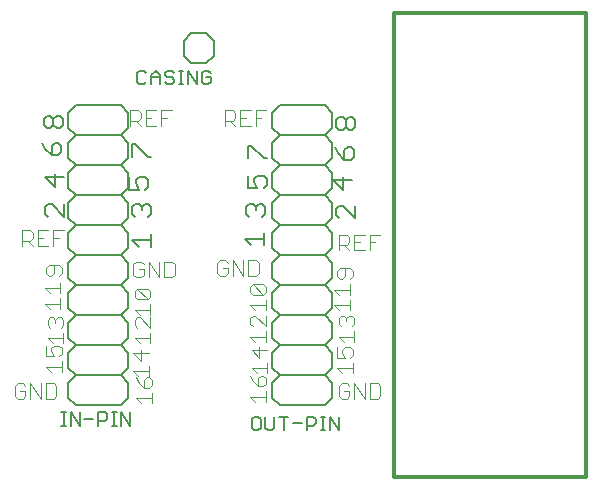
<source format=gto>
G75*
%MOIN*%
%OFA0B0*%
%FSLAX24Y24*%
%IPPOS*%
%LPD*%
%AMOC8*
5,1,8,0,0,1.08239X$1,22.5*
%
%ADD10C,0.0060*%
%ADD11C,0.0040*%
%ADD12C,0.0120*%
%ADD13C,0.0050*%
D10*
X008460Y002850D02*
X008460Y003350D01*
X008710Y003600D01*
X010210Y003600D01*
X010460Y003850D01*
X010460Y004350D01*
X010210Y004600D01*
X008710Y004600D01*
X008460Y004850D01*
X008460Y005350D01*
X008710Y005600D01*
X010210Y005600D01*
X010460Y005850D01*
X010460Y006350D01*
X010210Y006600D01*
X008710Y006600D01*
X008460Y006850D01*
X008460Y007350D01*
X008710Y007600D01*
X010210Y007600D01*
X010460Y007850D01*
X010460Y008350D01*
X010210Y008600D01*
X008710Y008600D01*
X008460Y008850D01*
X008460Y009350D01*
X008710Y009600D01*
X010210Y009600D01*
X010460Y009350D01*
X010460Y008850D01*
X010210Y008600D01*
X010589Y008987D02*
X010589Y009200D01*
X010696Y009307D01*
X010803Y009307D01*
X010910Y009200D01*
X011016Y009307D01*
X011123Y009307D01*
X011230Y009200D01*
X011230Y008987D01*
X011123Y008880D01*
X010696Y008880D02*
X010589Y008987D01*
X010910Y009094D02*
X010910Y009200D01*
X010460Y009850D02*
X010210Y009600D01*
X010489Y009780D02*
X010810Y009780D01*
X010703Y009994D01*
X010703Y010100D01*
X010810Y010207D01*
X011023Y010207D01*
X011130Y010100D01*
X011130Y009887D01*
X011023Y009780D01*
X010489Y009780D02*
X010489Y010207D01*
X010460Y010350D02*
X010460Y009850D01*
X010460Y010350D02*
X010210Y010600D01*
X008710Y010600D01*
X008460Y010850D01*
X008460Y011350D01*
X008710Y011600D01*
X008460Y011850D01*
X008460Y012350D01*
X008710Y012600D01*
X010210Y012600D01*
X010460Y012350D01*
X010460Y011850D01*
X010210Y011600D01*
X008710Y011600D01*
X008280Y011937D02*
X008173Y011830D01*
X008066Y011830D01*
X007960Y011937D01*
X007960Y012150D01*
X008066Y012257D01*
X008173Y012257D01*
X008280Y012150D01*
X008280Y011937D01*
X007960Y011937D02*
X007853Y011830D01*
X007746Y011830D01*
X007639Y011937D01*
X007639Y012150D01*
X007746Y012257D01*
X007853Y012257D01*
X007960Y012150D01*
X008016Y011357D02*
X007910Y011250D01*
X007910Y010930D01*
X008123Y010930D01*
X008230Y011037D01*
X008230Y011250D01*
X008123Y011357D01*
X008016Y011357D01*
X007696Y011144D02*
X007589Y011357D01*
X007696Y011144D02*
X007910Y010930D01*
X008460Y010350D02*
X008710Y010600D01*
X008460Y010350D02*
X008460Y009850D01*
X008710Y009600D01*
X008330Y009307D02*
X008330Y008880D01*
X007903Y009307D01*
X007796Y009307D01*
X007689Y009200D01*
X007689Y008987D01*
X007796Y008880D01*
X008460Y008350D02*
X008710Y008600D01*
X008460Y008350D02*
X008460Y007850D01*
X008710Y007600D01*
X008710Y006600D02*
X008460Y006350D01*
X008460Y005850D01*
X008710Y005600D01*
X010210Y005600D02*
X010460Y005350D01*
X010460Y004850D01*
X010210Y004600D01*
X010210Y003600D02*
X010460Y003350D01*
X010460Y002850D01*
X010210Y002600D01*
X008710Y002600D01*
X008460Y002850D01*
X008710Y003600D02*
X008460Y003850D01*
X008460Y004350D01*
X008710Y004600D01*
X010210Y006600D02*
X010460Y006850D01*
X010460Y007350D01*
X010210Y007600D01*
X010589Y008094D02*
X010803Y007880D01*
X010589Y008094D02*
X011230Y008094D01*
X011230Y008307D02*
X011230Y007880D01*
X014339Y008144D02*
X014980Y008144D01*
X014980Y008357D02*
X014980Y007930D01*
X015260Y007850D02*
X015260Y008350D01*
X015510Y008600D01*
X017010Y008600D01*
X017260Y008850D01*
X017260Y009350D01*
X017010Y009600D01*
X015510Y009600D01*
X015260Y009850D01*
X015260Y010350D01*
X015510Y010600D01*
X017010Y010600D01*
X017260Y010350D01*
X017260Y009850D01*
X017010Y009600D01*
X017389Y009150D02*
X017496Y009257D01*
X017603Y009257D01*
X018030Y008830D01*
X018030Y009257D01*
X017389Y009150D02*
X017389Y008937D01*
X017496Y008830D01*
X017260Y008350D02*
X017010Y008600D01*
X017260Y008350D02*
X017260Y007850D01*
X017010Y007600D01*
X015510Y007600D01*
X015260Y007850D01*
X015510Y007600D02*
X015260Y007350D01*
X015260Y006850D01*
X015510Y006600D01*
X017010Y006600D01*
X017260Y006850D01*
X017260Y007350D01*
X017010Y007600D01*
X017010Y006600D02*
X017260Y006350D01*
X017260Y005850D01*
X017010Y005600D01*
X015510Y005600D01*
X015260Y005850D01*
X015260Y006350D01*
X015510Y006600D01*
X015510Y005600D02*
X015260Y005350D01*
X015260Y004850D01*
X015510Y004600D01*
X017010Y004600D01*
X017260Y004850D01*
X017260Y005350D01*
X017010Y005600D01*
X017010Y004600D02*
X017260Y004350D01*
X017260Y003850D01*
X017010Y003600D01*
X015510Y003600D01*
X015260Y003850D01*
X015260Y004350D01*
X015510Y004600D01*
X015510Y003600D02*
X015260Y003350D01*
X015260Y002850D01*
X015510Y002600D01*
X017010Y002600D01*
X017260Y002850D01*
X017260Y003350D01*
X017010Y003600D01*
X014553Y007930D02*
X014339Y008144D01*
X014496Y008880D02*
X014389Y008987D01*
X014389Y009200D01*
X014496Y009307D01*
X014603Y009307D01*
X014710Y009200D01*
X014816Y009307D01*
X014923Y009307D01*
X015030Y009200D01*
X015030Y008987D01*
X014923Y008880D01*
X015260Y008850D02*
X015260Y009350D01*
X015510Y009600D01*
X015080Y009937D02*
X014973Y009830D01*
X015080Y009937D02*
X015080Y010150D01*
X014973Y010257D01*
X014760Y010257D01*
X014653Y010150D01*
X014653Y010044D01*
X014760Y009830D01*
X014439Y009830D01*
X014439Y010257D01*
X014439Y010830D02*
X014439Y011257D01*
X014546Y011257D01*
X014973Y010830D01*
X015080Y010830D01*
X015260Y010850D02*
X015260Y011350D01*
X015510Y011600D01*
X015260Y011850D01*
X015260Y012350D01*
X015510Y012600D01*
X017010Y012600D01*
X017260Y012350D01*
X017260Y011850D01*
X017010Y011600D01*
X015510Y011600D01*
X015260Y010850D02*
X015510Y010600D01*
X017010Y010600D02*
X017260Y010850D01*
X017260Y011350D01*
X017010Y011600D01*
X017389Y011887D02*
X017389Y012100D01*
X017496Y012207D01*
X017603Y012207D01*
X017710Y012100D01*
X017710Y011887D01*
X017603Y011780D01*
X017496Y011780D01*
X017389Y011887D01*
X017710Y011887D02*
X017816Y011780D01*
X017923Y011780D01*
X018030Y011887D01*
X018030Y012100D01*
X017923Y012207D01*
X017816Y012207D01*
X017710Y012100D01*
X017766Y011207D02*
X017660Y011100D01*
X017660Y010780D01*
X017873Y010780D01*
X017980Y010887D01*
X017980Y011100D01*
X017873Y011207D01*
X017766Y011207D01*
X017446Y010994D02*
X017660Y010780D01*
X017446Y010994D02*
X017339Y011207D01*
X017610Y010207D02*
X017610Y009780D01*
X017289Y010100D01*
X017930Y010100D01*
X015510Y008600D02*
X015260Y008850D01*
X014710Y009094D02*
X014710Y009200D01*
X011230Y010880D02*
X011123Y010880D01*
X010696Y011307D01*
X010589Y011307D01*
X010589Y010880D01*
X010460Y010850D02*
X010460Y011350D01*
X010210Y011600D01*
X010460Y010850D02*
X010210Y010600D01*
X008330Y010200D02*
X007689Y010200D01*
X008010Y009880D01*
X008010Y010307D01*
X012310Y014250D02*
X012560Y014000D01*
X013060Y014000D01*
X013310Y014250D01*
X013310Y014750D01*
X013060Y015000D01*
X012560Y015000D01*
X012310Y014750D01*
X012310Y014250D01*
D11*
X006680Y002907D02*
X006767Y002820D01*
X006940Y002820D01*
X007027Y002907D01*
X007027Y003080D01*
X006853Y003080D01*
X006680Y002907D02*
X006680Y003254D01*
X006767Y003340D01*
X006940Y003340D01*
X007027Y003254D01*
X007196Y003340D02*
X007543Y002820D01*
X007543Y003340D01*
X007711Y003340D02*
X007972Y003340D01*
X008058Y003254D01*
X008058Y002907D01*
X007972Y002820D01*
X007711Y002820D01*
X007711Y003340D01*
X007196Y003340D02*
X007196Y002820D01*
X007893Y003720D02*
X007720Y003893D01*
X008240Y003893D01*
X008240Y003720D02*
X008240Y004067D01*
X008153Y004236D02*
X008240Y004322D01*
X008240Y004496D01*
X008153Y004583D01*
X007980Y004583D01*
X007893Y004496D01*
X007893Y004409D01*
X007980Y004236D01*
X007720Y004236D01*
X007720Y004583D01*
X007943Y004670D02*
X007770Y004843D01*
X008290Y004843D01*
X008290Y004670D02*
X008290Y005017D01*
X008203Y005186D02*
X008290Y005272D01*
X008290Y005446D01*
X008203Y005533D01*
X008117Y005533D01*
X008030Y005446D01*
X008030Y005359D01*
X008030Y005446D02*
X007943Y005533D01*
X007856Y005533D01*
X007770Y005446D01*
X007770Y005272D01*
X007856Y005186D01*
X007843Y005820D02*
X007670Y005993D01*
X008190Y005993D01*
X008190Y005820D02*
X008190Y006167D01*
X008190Y006336D02*
X008190Y006683D01*
X008190Y006509D02*
X007670Y006509D01*
X007843Y006336D01*
X007806Y006920D02*
X007893Y006920D01*
X007980Y007007D01*
X007980Y007267D01*
X008153Y007267D02*
X007806Y007267D01*
X007720Y007180D01*
X007720Y007007D01*
X007806Y006920D01*
X008153Y006920D02*
X008240Y007007D01*
X008240Y007180D01*
X008153Y007267D01*
X007961Y007920D02*
X007961Y008440D01*
X008308Y008440D01*
X008135Y008180D02*
X007961Y008180D01*
X007619Y008180D02*
X007446Y008180D01*
X007277Y008180D02*
X007190Y008093D01*
X006930Y008093D01*
X006930Y007920D02*
X006930Y008440D01*
X007190Y008440D01*
X007277Y008354D01*
X007277Y008180D01*
X007103Y008093D02*
X007277Y007920D01*
X007446Y007920D02*
X007793Y007920D01*
X007446Y007920D02*
X007446Y008440D01*
X007793Y008440D01*
X010630Y007304D02*
X010630Y006957D01*
X010717Y006870D01*
X010890Y006870D01*
X010977Y006957D01*
X010977Y007130D01*
X010803Y007130D01*
X010630Y007304D02*
X010717Y007390D01*
X010890Y007390D01*
X010977Y007304D01*
X011146Y007390D02*
X011493Y006870D01*
X011493Y007390D01*
X011661Y007390D02*
X011922Y007390D01*
X012008Y007304D01*
X012008Y006957D01*
X011922Y006870D01*
X011661Y006870D01*
X011661Y007390D01*
X011146Y007390D02*
X011146Y006870D01*
X011103Y006483D02*
X010756Y006483D01*
X011103Y006136D01*
X011190Y006222D01*
X011190Y006396D01*
X011103Y006483D01*
X010756Y006483D02*
X010670Y006396D01*
X010670Y006222D01*
X010756Y006136D01*
X011103Y006136D01*
X011190Y005967D02*
X011190Y005620D01*
X011190Y005533D02*
X011190Y005186D01*
X010843Y005533D01*
X010756Y005533D01*
X010670Y005446D01*
X010670Y005272D01*
X010756Y005186D01*
X010670Y004843D02*
X011190Y004843D01*
X011190Y004670D02*
X011190Y005017D01*
X010843Y004670D02*
X010670Y004843D01*
X010880Y004433D02*
X010880Y004086D01*
X010620Y004346D01*
X011140Y004346D01*
X011140Y003917D02*
X011140Y003570D01*
X011153Y003533D02*
X011067Y003533D01*
X010980Y003446D01*
X010980Y003186D01*
X011153Y003186D01*
X011240Y003272D01*
X011240Y003446D01*
X011153Y003533D01*
X011140Y003743D02*
X010620Y003743D01*
X010793Y003570D01*
X010720Y003533D02*
X010806Y003359D01*
X010980Y003186D01*
X011240Y003017D02*
X011240Y002670D01*
X011240Y002843D02*
X010720Y002843D01*
X010893Y002670D01*
X014520Y002893D02*
X014693Y002720D01*
X014520Y002893D02*
X015040Y002893D01*
X015040Y002720D02*
X015040Y003067D01*
X014953Y003236D02*
X015040Y003322D01*
X015040Y003496D01*
X014953Y003583D01*
X014867Y003583D01*
X014780Y003496D01*
X014780Y003236D01*
X014953Y003236D01*
X014780Y003236D02*
X014606Y003409D01*
X014520Y003583D01*
X014743Y003670D02*
X014570Y003843D01*
X015090Y003843D01*
X015090Y003670D02*
X015090Y004017D01*
X014830Y004186D02*
X014830Y004533D01*
X014693Y004720D02*
X014520Y004893D01*
X015040Y004893D01*
X015040Y004720D02*
X015040Y005067D01*
X015040Y005236D02*
X014693Y005583D01*
X014606Y005583D01*
X014520Y005496D01*
X014520Y005322D01*
X014606Y005236D01*
X015040Y005236D02*
X015040Y005583D01*
X015040Y005770D02*
X015040Y006117D01*
X015040Y005943D02*
X014520Y005943D01*
X014693Y005770D01*
X014606Y006286D02*
X014520Y006372D01*
X014520Y006546D01*
X014606Y006633D01*
X014953Y006286D01*
X015040Y006372D01*
X015040Y006546D01*
X014953Y006633D01*
X014606Y006633D01*
X014722Y006920D02*
X014461Y006920D01*
X014461Y007440D01*
X014722Y007440D01*
X014808Y007354D01*
X014808Y007007D01*
X014722Y006920D01*
X014293Y006920D02*
X014293Y007440D01*
X013946Y007440D02*
X014293Y006920D01*
X013946Y006920D02*
X013946Y007440D01*
X013777Y007354D02*
X013690Y007440D01*
X013517Y007440D01*
X013430Y007354D01*
X013430Y007007D01*
X013517Y006920D01*
X013690Y006920D01*
X013777Y007007D01*
X013777Y007180D01*
X013603Y007180D01*
X014606Y006286D02*
X014953Y006286D01*
X017320Y006459D02*
X017840Y006459D01*
X017840Y006286D02*
X017840Y006633D01*
X017853Y006820D02*
X017940Y006907D01*
X017940Y007080D01*
X017853Y007167D01*
X017506Y007167D01*
X017420Y007080D01*
X017420Y006907D01*
X017506Y006820D01*
X017593Y006820D01*
X017680Y006907D01*
X017680Y007167D01*
X017827Y007770D02*
X017653Y007943D01*
X017740Y007943D02*
X017480Y007943D01*
X017480Y007770D02*
X017480Y008290D01*
X017740Y008290D01*
X017827Y008204D01*
X017827Y008030D01*
X017740Y007943D01*
X017996Y008030D02*
X018169Y008030D01*
X018511Y008030D02*
X018685Y008030D01*
X018511Y007770D02*
X018511Y008290D01*
X018858Y008290D01*
X018343Y008290D02*
X017996Y008290D01*
X017996Y007770D01*
X018343Y007770D01*
X017320Y006459D02*
X017493Y006286D01*
X017840Y006117D02*
X017840Y005770D01*
X017840Y005943D02*
X017320Y005943D01*
X017493Y005770D01*
X017556Y005583D02*
X017643Y005583D01*
X017730Y005496D01*
X017817Y005583D01*
X017903Y005583D01*
X017990Y005496D01*
X017990Y005322D01*
X017903Y005236D01*
X017990Y005067D02*
X017990Y004720D01*
X017990Y004893D02*
X017470Y004893D01*
X017643Y004720D01*
X017680Y004533D02*
X017853Y004533D01*
X017940Y004446D01*
X017940Y004272D01*
X017853Y004186D01*
X017680Y004186D02*
X017593Y004359D01*
X017593Y004446D01*
X017680Y004533D01*
X017420Y004533D02*
X017420Y004186D01*
X017680Y004186D01*
X017940Y004017D02*
X017940Y003670D01*
X017940Y003843D02*
X017420Y003843D01*
X017593Y003670D01*
X017567Y003340D02*
X017480Y003254D01*
X017480Y002907D01*
X017567Y002820D01*
X017740Y002820D01*
X017827Y002907D01*
X017827Y003080D01*
X017653Y003080D01*
X017827Y003254D02*
X017740Y003340D01*
X017567Y003340D01*
X017996Y003340D02*
X018343Y002820D01*
X018343Y003340D01*
X018511Y003340D02*
X018772Y003340D01*
X018858Y003254D01*
X018858Y002907D01*
X018772Y002820D01*
X018511Y002820D01*
X018511Y003340D01*
X017996Y003340D02*
X017996Y002820D01*
X015090Y004446D02*
X014570Y004446D01*
X014830Y004186D01*
X017470Y005322D02*
X017556Y005236D01*
X017470Y005322D02*
X017470Y005496D01*
X017556Y005583D01*
X017730Y005496D02*
X017730Y005409D01*
X011190Y005793D02*
X010670Y005793D01*
X010843Y005620D01*
X010877Y011920D02*
X010703Y012093D01*
X010790Y012093D02*
X010530Y012093D01*
X010530Y011920D02*
X010530Y012440D01*
X010790Y012440D01*
X010877Y012354D01*
X010877Y012180D01*
X010790Y012093D01*
X011046Y012180D02*
X011219Y012180D01*
X011561Y012180D02*
X011735Y012180D01*
X011561Y011920D02*
X011561Y012440D01*
X011908Y012440D01*
X011393Y012440D02*
X011046Y012440D01*
X011046Y011920D01*
X011393Y011920D01*
X013680Y011920D02*
X013680Y012440D01*
X013940Y012440D01*
X014027Y012354D01*
X014027Y012180D01*
X013940Y012093D01*
X013680Y012093D01*
X013853Y012093D02*
X014027Y011920D01*
X014196Y011920D02*
X014543Y011920D01*
X014711Y011920D02*
X014711Y012440D01*
X015058Y012440D01*
X014885Y012180D02*
X014711Y012180D01*
X014369Y012180D02*
X014196Y012180D01*
X014196Y012440D02*
X014196Y011920D01*
X014196Y012440D02*
X014543Y012440D01*
D12*
X019332Y015674D02*
X019332Y000226D01*
X025710Y000226D01*
X025710Y015674D01*
X019332Y015674D01*
D13*
X013205Y013680D02*
X013130Y013755D01*
X012980Y013755D01*
X012905Y013680D01*
X012905Y013380D01*
X012980Y013305D01*
X013130Y013305D01*
X013205Y013380D01*
X013205Y013530D01*
X013055Y013530D01*
X012744Y013305D02*
X012744Y013755D01*
X012444Y013755D02*
X012744Y013305D01*
X012444Y013305D02*
X012444Y013755D01*
X012287Y013755D02*
X012137Y013755D01*
X012212Y013755D02*
X012212Y013305D01*
X012137Y013305D02*
X012287Y013305D01*
X011977Y013380D02*
X011902Y013305D01*
X011752Y013305D01*
X011677Y013380D01*
X011752Y013530D02*
X011902Y013530D01*
X011977Y013455D01*
X011977Y013380D01*
X011752Y013530D02*
X011677Y013605D01*
X011677Y013680D01*
X011752Y013755D01*
X011902Y013755D01*
X011977Y013680D01*
X011517Y013605D02*
X011517Y013305D01*
X011517Y013530D02*
X011216Y013530D01*
X011216Y013605D02*
X011216Y013305D01*
X011056Y013380D02*
X010981Y013305D01*
X010831Y013305D01*
X010756Y013380D01*
X010756Y013680D01*
X010831Y013755D01*
X010981Y013755D01*
X011056Y013680D01*
X011216Y013605D02*
X011367Y013755D01*
X011517Y013605D01*
X010525Y002375D02*
X010525Y001925D01*
X010225Y002375D01*
X010225Y001925D01*
X010068Y001925D02*
X009918Y001925D01*
X009993Y001925D02*
X009993Y002375D01*
X009918Y002375D02*
X010068Y002375D01*
X009758Y002300D02*
X009758Y002150D01*
X009682Y002075D01*
X009457Y002075D01*
X009457Y001925D02*
X009457Y002375D01*
X009682Y002375D01*
X009758Y002300D01*
X009297Y002150D02*
X008997Y002150D01*
X008837Y001925D02*
X008837Y002375D01*
X008536Y002375D02*
X008536Y001925D01*
X008380Y001925D02*
X008230Y001925D01*
X008305Y001925D02*
X008305Y002375D01*
X008230Y002375D02*
X008380Y002375D01*
X008536Y002375D02*
X008837Y001925D01*
X014566Y001850D02*
X014641Y001775D01*
X014791Y001775D01*
X014866Y001850D01*
X014866Y002150D01*
X014791Y002225D01*
X014641Y002225D01*
X014566Y002150D01*
X014566Y001850D01*
X015026Y001850D02*
X015026Y002225D01*
X015326Y002225D02*
X015326Y001850D01*
X015251Y001775D01*
X015101Y001775D01*
X015026Y001850D01*
X015486Y002225D02*
X015787Y002225D01*
X015637Y002225D02*
X015637Y001775D01*
X015947Y002000D02*
X016247Y002000D01*
X016407Y001925D02*
X016632Y001925D01*
X016708Y002000D01*
X016708Y002150D01*
X016632Y002225D01*
X016407Y002225D01*
X016407Y001775D01*
X016868Y001775D02*
X017018Y001775D01*
X016943Y001775D02*
X016943Y002225D01*
X016868Y002225D02*
X017018Y002225D01*
X017175Y002225D02*
X017475Y001775D01*
X017475Y002225D01*
X017175Y002225D02*
X017175Y001775D01*
M02*

</source>
